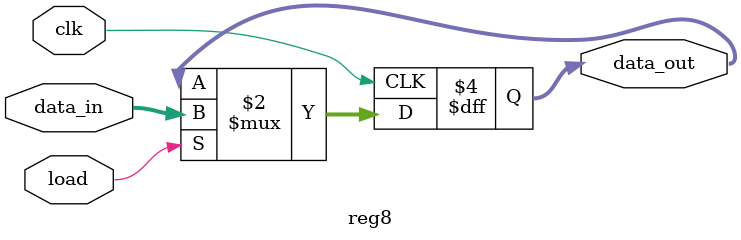
<source format=v>
module reg8 (clk, load, data_in, data_out);

	input clk,load;
	input [7:0] data_in;
	output reg [7:0] data_out;
	
	always @(posedge clk)
	begin
		if (load) data_out <= data_in;
	end
	
endmodule
</source>
